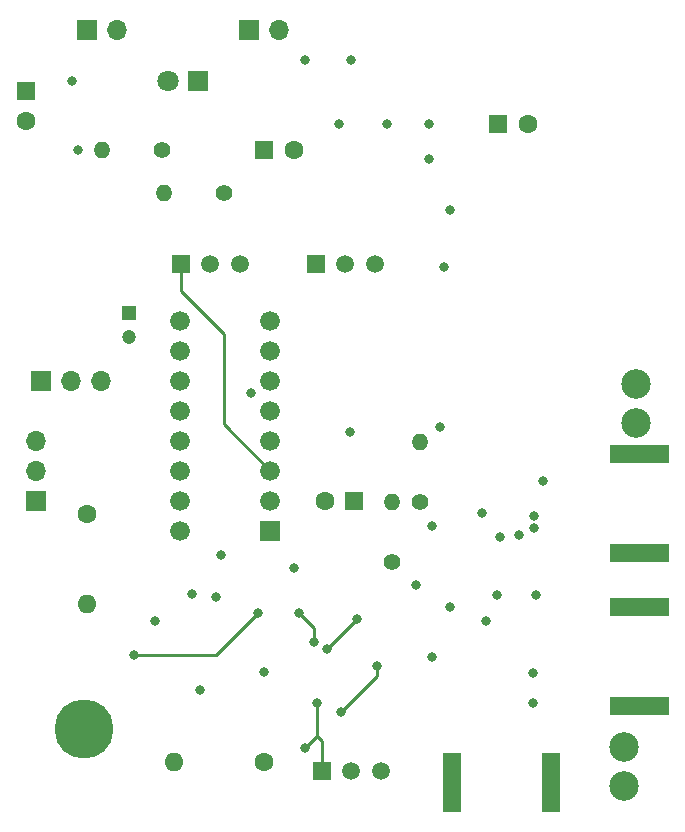
<source format=gbr>
%TF.GenerationSoftware,KiCad,Pcbnew,(5.1.8)-1*%
%TF.CreationDate,2021-04-12T08:25:30-07:00*%
%TF.ProjectId,coffee-spring21,636f6666-6565-42d7-9370-72696e673231,rev?*%
%TF.SameCoordinates,Original*%
%TF.FileFunction,Copper,L4,Bot*%
%TF.FilePolarity,Positive*%
%FSLAX46Y46*%
G04 Gerber Fmt 4.6, Leading zero omitted, Abs format (unit mm)*
G04 Created by KiCad (PCBNEW (5.1.8)-1) date 2021-04-12 08:25:30*
%MOMM*%
%LPD*%
G01*
G04 APERTURE LIST*
%TA.AperFunction,ComponentPad*%
%ADD10R,1.700000X1.700000*%
%TD*%
%TA.AperFunction,ComponentPad*%
%ADD11O,1.700000X1.700000*%
%TD*%
%TA.AperFunction,ComponentPad*%
%ADD12R,1.600000X1.600000*%
%TD*%
%TA.AperFunction,ComponentPad*%
%ADD13C,1.600000*%
%TD*%
%TA.AperFunction,ComponentPad*%
%ADD14R,1.200000X1.200000*%
%TD*%
%TA.AperFunction,ComponentPad*%
%ADD15C,1.200000*%
%TD*%
%TA.AperFunction,ComponentPad*%
%ADD16R,1.800000X1.800000*%
%TD*%
%TA.AperFunction,ComponentPad*%
%ADD17C,1.800000*%
%TD*%
%TA.AperFunction,ComponentPad*%
%ADD18C,1.676400*%
%TD*%
%TA.AperFunction,ComponentPad*%
%ADD19R,1.676400X1.676400*%
%TD*%
%TA.AperFunction,ComponentPad*%
%ADD20C,1.508000*%
%TD*%
%TA.AperFunction,ComponentPad*%
%ADD21R,1.508000X1.508000*%
%TD*%
%TA.AperFunction,ComponentPad*%
%ADD22R,2.500000X1.600000*%
%TD*%
%TA.AperFunction,ComponentPad*%
%ADD23R,1.600000X2.500000*%
%TD*%
%TA.AperFunction,ComponentPad*%
%ADD24C,1.400000*%
%TD*%
%TA.AperFunction,ComponentPad*%
%ADD25O,1.400000X1.400000*%
%TD*%
%TA.AperFunction,ComponentPad*%
%ADD26O,1.600000X1.600000*%
%TD*%
%TA.AperFunction,ViaPad*%
%ADD27C,0.800000*%
%TD*%
%TA.AperFunction,ViaPad*%
%ADD28C,5.000000*%
%TD*%
%TA.AperFunction,ViaPad*%
%ADD29C,2.500000*%
%TD*%
%TA.AperFunction,Conductor*%
%ADD30C,0.250000*%
%TD*%
G04 APERTURE END LIST*
D10*
%TO.P,BT1,1*%
%TO.N,12V_OUT*%
X128016000Y-56134000D03*
D11*
%TO.P,BT1,2*%
%TO.N,Net-(BT1-Pad2)*%
X130556000Y-56134000D03*
%TD*%
%TO.P,BT2,2*%
%TO.N,GND*%
X144272000Y-56134000D03*
D10*
%TO.P,BT2,1*%
%TO.N,Net-(BT1-Pad2)*%
X141732000Y-56134000D03*
%TD*%
D12*
%TO.P,C5,1*%
%TO.N,Net-(C5-Pad1)*%
X143002000Y-66294000D03*
D13*
%TO.P,C5,2*%
%TO.N,GND*%
X145502000Y-66294000D03*
%TD*%
%TO.P,C7,2*%
%TO.N,Net-(C7-Pad2)*%
X148122000Y-96012000D03*
D12*
%TO.P,C7,1*%
%TO.N,RAMP_SIGNAL*%
X150622000Y-96012000D03*
%TD*%
D14*
%TO.P,C13,1*%
%TO.N,Net-(C13-Pad1)*%
X131572000Y-80137000D03*
D15*
%TO.P,C13,2*%
%TO.N,GND*%
X131572000Y-82137000D03*
%TD*%
D16*
%TO.P,D1,1*%
%TO.N,GND*%
X137414000Y-60452000D03*
D17*
%TO.P,D1,2*%
%TO.N,Net-(D1-Pad2)*%
X134874000Y-60452000D03*
%TD*%
D12*
%TO.P,C8,1*%
%TO.N,12V_OUT*%
X122809000Y-61341000D03*
D13*
%TO.P,C8,2*%
%TO.N,GND*%
X122809000Y-63841000D03*
%TD*%
D18*
%TO.P,G1,16*%
%TO.N,Net-(G1-Pad16)*%
X135890000Y-98552000D03*
%TO.P,G1,15*%
%TO.N,Net-(G1-Pad15)*%
X135890000Y-96012000D03*
%TO.P,G1,14*%
%TO.N,Net-(G1-Pad14)*%
X135890000Y-93472000D03*
%TO.P,G1,13*%
%TO.N,Net-(G1-Pad13)*%
X135890000Y-90932000D03*
%TO.P,G1,12*%
%TO.N,GND*%
X135890000Y-88392000D03*
%TO.P,G1,11*%
%TO.N,Net-(G1-Pad11)*%
X135890000Y-85852000D03*
%TO.P,G1,10*%
%TO.N,Net-(C13-Pad1)*%
X135890000Y-83312000D03*
%TO.P,G1,9*%
%TO.N,Net-(G1-Pad9)*%
X135890000Y-80772000D03*
%TO.P,G1,8*%
%TO.N,Net-(G1-Pad8)*%
X143510000Y-80772000D03*
%TO.P,G1,7*%
%TO.N,Net-(G1-Pad7)*%
X143510000Y-83312000D03*
%TO.P,G1,6*%
%TO.N,Net-(C9-Pad1)*%
X143510000Y-85852000D03*
%TO.P,G1,5*%
%TO.N,Net-(C9-Pad2)*%
X143510000Y-88392000D03*
%TO.P,G1,4*%
%TO.N,12V_OUT*%
X143510000Y-90932000D03*
%TO.P,G1,3*%
%TO.N,Net-(G1-Pad3)*%
X143510000Y-93472000D03*
%TO.P,G1,2*%
%TO.N,Net-(C7-Pad2)*%
X143510000Y-96012000D03*
D19*
%TO.P,G1,1*%
%TO.N,GND*%
X143510000Y-98552000D03*
%TD*%
D20*
%TO.P,RV2,3*%
%TO.N,Net-(C5-Pad1)*%
X140930000Y-75946000D03*
%TO.P,RV2,2*%
X138430000Y-75946000D03*
D21*
%TO.P,RV2,1*%
%TO.N,Net-(G1-Pad3)*%
X135930000Y-75946000D03*
%TD*%
%TO.P,RV3,1*%
%TO.N,Net-(R14-Pad2)*%
X147360000Y-75946000D03*
D20*
%TO.P,RV3,2*%
%TO.N,GND*%
X149860000Y-75946000D03*
%TO.P,RV3,3*%
X152360000Y-75946000D03*
%TD*%
D13*
%TO.P,C3,2*%
%TO.N,GND*%
X165314000Y-64135000D03*
D12*
%TO.P,C3,1*%
%TO.N,5V_OUT*%
X162814000Y-64135000D03*
%TD*%
D10*
%TO.P,SW1,1*%
%TO.N,GND*%
X124079000Y-85852000D03*
D11*
%TO.P,SW1,2*%
%TO.N,SYNC_OUT*%
X126619000Y-85852000D03*
%TO.P,SW1,3*%
%TO.N,Net-(G1-Pad11)*%
X129159000Y-85852000D03*
%TD*%
D22*
%TO.P,U5,1*%
%TO.N,GND*%
X173506000Y-92066000D03*
X176006000Y-92066000D03*
%TO.P,U5,3*%
X173506000Y-100466000D03*
X176006000Y-100466000D03*
%TD*%
D23*
%TO.P,U6,3*%
%TO.N,GND*%
X158868000Y-121142000D03*
X158868000Y-118642000D03*
%TO.P,U6,1*%
X167268000Y-121142000D03*
X167268000Y-118642000D03*
%TD*%
D22*
%TO.P,U11,1*%
%TO.N,GND*%
X173506000Y-105020000D03*
X176006000Y-105020000D03*
%TO.P,U11,3*%
X173506000Y-113420000D03*
X176006000Y-113420000D03*
%TD*%
D24*
%TO.P,R7,1*%
%TO.N,Net-(C5-Pad1)*%
X134366000Y-66294000D03*
D25*
%TO.P,R7,2*%
%TO.N,12V_OUT*%
X129286000Y-66294000D03*
%TD*%
%TO.P,R9,2*%
%TO.N,Net-(C5-Pad1)*%
X134493000Y-69977000D03*
D24*
%TO.P,R9,1*%
%TO.N,GND*%
X139573000Y-69977000D03*
%TD*%
D25*
%TO.P,R10,2*%
%TO.N,GND*%
X156210000Y-91059000D03*
D24*
%TO.P,R10,1*%
%TO.N,RAMP_SIGNAL*%
X156210000Y-96139000D03*
%TD*%
%TO.P,R11,1*%
%TO.N,5V_OUT*%
X153797000Y-101219000D03*
D25*
%TO.P,R11,2*%
%TO.N,RAMP_SIGNAL*%
X153797000Y-96139000D03*
%TD*%
D13*
%TO.P,R29,1*%
%TO.N,SIGNAL_OUT*%
X128016000Y-97155000D03*
D26*
%TO.P,R29,2*%
%TO.N,Net-(C16-Pad2)*%
X128016000Y-104775000D03*
%TD*%
D20*
%TO.P,RV1,3*%
%TO.N,Net-(R19-Pad1)*%
X152868000Y-118872000D03*
%TO.P,RV1,2*%
X150368000Y-118872000D03*
D21*
%TO.P,RV1,1*%
%TO.N,Net-(R18-Pad1)*%
X147868000Y-118872000D03*
%TD*%
D10*
%TO.P,J1,1*%
%TO.N,GND*%
X123698000Y-96012000D03*
D11*
%TO.P,J1,2*%
%TO.N,SIGNAL_OUT*%
X123698000Y-93472000D03*
%TO.P,J1,3*%
%TO.N,SYNC_OUT*%
X123698000Y-90932000D03*
%TD*%
D13*
%TO.P,R18,1*%
%TO.N,Net-(R18-Pad1)*%
X143002000Y-118110000D03*
D26*
%TO.P,R18,2*%
%TO.N,5V_OUT*%
X135382000Y-118110000D03*
%TD*%
D27*
%TO.N,12V_OUT*%
X143002000Y-110490000D03*
X126746000Y-60452000D03*
X127254000Y-66294000D03*
%TO.N,Net-(BT1-Pad2)*%
X146431000Y-58674000D03*
X150368000Y-58674000D03*
%TO.N,GND*%
X149352000Y-64135000D03*
X157861000Y-89789000D03*
X157226000Y-98171000D03*
X166624000Y-94361000D03*
X158242000Y-76200000D03*
X153416000Y-64135000D03*
X150241000Y-90170000D03*
X161798000Y-106172000D03*
X165735000Y-110617000D03*
X165735000Y-113157000D03*
X137541000Y-112014000D03*
X162687000Y-104013000D03*
X165989000Y-104013000D03*
D28*
X127762000Y-115316000D03*
D29*
X174498000Y-89408000D03*
X173482000Y-120142000D03*
D27*
%TO.N,5V_OUT*%
X156972000Y-64135000D03*
X165862000Y-97282000D03*
X165862000Y-98298000D03*
X156972000Y-67056000D03*
X141859000Y-86868000D03*
X162941000Y-99060000D03*
X164592000Y-98933000D03*
X158750000Y-105029000D03*
X155829000Y-103124000D03*
X157226000Y-109220000D03*
X138938000Y-104140000D03*
X145542000Y-101727000D03*
X139319000Y-100584000D03*
X133731000Y-106172000D03*
D29*
X174498000Y-86106000D03*
X173482000Y-116840000D03*
D27*
%TO.N,3.6V_OUT*%
X161417000Y-97028000D03*
X158750000Y-71374000D03*
%TO.N,Net-(C17-Pad2)*%
X136906000Y-103923000D03*
%TO.N,Net-(R22-Pad2)*%
X145923000Y-105537000D03*
X147193000Y-107950000D03*
%TO.N,Net-(C15-Pad2)*%
X150876000Y-106045000D03*
X148336000Y-108585000D03*
%TO.N,Net-(R18-Pad1)*%
X146431000Y-116967000D03*
X147447000Y-113157000D03*
%TO.N,Net-(R19-Pad1)*%
X149479000Y-113919000D03*
X152527000Y-109982000D03*
%TO.N,Net-(C16-Pad1)*%
X131953000Y-109093000D03*
X142494000Y-105537000D03*
%TD*%
D30*
%TO.N,Net-(G1-Pad3)*%
X135930000Y-75946000D02*
X135930000Y-78272000D01*
X135930000Y-78272000D02*
X139573000Y-81915000D01*
X139573000Y-89535000D02*
X143510000Y-93472000D01*
X139573000Y-81915000D02*
X139573000Y-89535000D01*
%TO.N,Net-(R22-Pad2)*%
X147193000Y-106807000D02*
X145923000Y-105537000D01*
X147193000Y-107950000D02*
X147193000Y-106807000D01*
%TO.N,Net-(C15-Pad2)*%
X150876000Y-106045000D02*
X148336000Y-108585000D01*
%TO.N,Net-(R18-Pad1)*%
X147447000Y-115951000D02*
X147447000Y-113157000D01*
X146431000Y-116967000D02*
X147447000Y-115951000D01*
X147868000Y-116372000D02*
X147447000Y-115951000D01*
X147868000Y-118872000D02*
X147868000Y-116372000D01*
%TO.N,Net-(R19-Pad1)*%
X149479000Y-113919000D02*
X152527000Y-110871000D01*
X152527000Y-110871000D02*
X152527000Y-109982000D01*
%TO.N,Net-(C16-Pad1)*%
X138938000Y-109093000D02*
X142494000Y-105537000D01*
X131953000Y-109093000D02*
X138938000Y-109093000D01*
%TD*%
M02*

</source>
